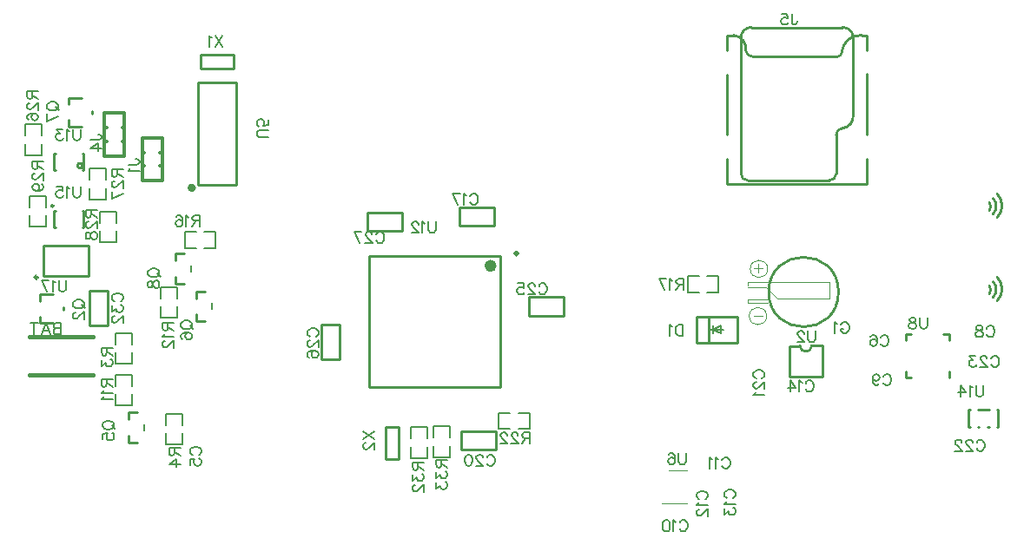
<source format=gbo>
G04 Layer: BottomSilkLayer*
G04 EasyEDA v6.1.34, Wed, 08 May 2019 08:14:30 GMT*
G04 27d5e13cb4324ff6b1947c28adf9976f,88f35c52922c4fbc8d6ac25f651a04fd,10*
G04 Gerber Generator version 0.2*
G04 Scale: 100 percent, Rotated: No, Reflected: No *
G04 Dimensions in millimeters *
G04 leading zeros omitted , absolute positions ,3 integer and 3 decimal *
%FSLAX33Y33*%
%MOMM*%
G90*
G71D02*

%ADD10C,0.254000*%
%ADD14C,0.599999*%
%ADD81C,0.200000*%
%ADD82C,0.119990*%
%ADD85C,0.228600*%
%ADD86C,0.127000*%
%ADD90C,0.299999*%
%ADD91C,0.152400*%
%ADD92C,0.381000*%
%ADD93C,0.304799*%
%ADD94C,0.101600*%
%ADD95C,0.100000*%
%ADD96C,0.399999*%

%LPD*%
G54D10*
G01X22862Y38559D02*
G01X19608Y38559D01*
G01X19608Y48511D01*
G01X23291Y48511D01*
G01X23291Y38559D01*
G01X22862Y38559D01*
G01X23062Y51195D02*
G01X19863Y51195D01*
G01X19863Y49896D02*
G01X19863Y51195D01*
G01X19863Y49896D02*
G01X23062Y49896D01*
G01X23062Y51195D02*
G01X23062Y49896D01*
G54D92*
G01X3124Y19994D02*
G01X9321Y19994D01*
G01X9321Y23693D02*
G01X3124Y23693D01*
G54D10*
G01X9271Y45732D02*
G01X9271Y45478D01*
G01X8255Y44208D02*
G01X6985Y44208D01*
G01X6985Y44843D01*
G01X8255Y47002D02*
G01X6985Y47002D01*
G01X6985Y46367D01*
G01X6477Y26555D02*
G01X6477Y26301D01*
G01X5461Y25031D02*
G01X4191Y25031D01*
G01X4191Y25666D01*
G01X5461Y27825D02*
G01X4191Y27825D01*
G01X4191Y27190D01*
G01X4531Y29615D02*
G01X8930Y29615D01*
G01X4531Y29615D02*
G01X4531Y32614D01*
G01X8930Y32614D02*
G01X4531Y32614D01*
G01X8930Y32614D02*
G01X8930Y29615D01*
G01X8305Y34366D02*
G01X8407Y34366D01*
G01X8407Y35991D01*
G01X8305Y35991D01*
G01X5664Y35991D02*
G01X5562Y35991D01*
G01X5562Y34366D01*
G01X5664Y34366D01*
G54D85*
G01X10805Y24804D02*
G01X10805Y28204D01*
G01X9006Y28204D01*
G01X9006Y24804D01*
G01X10805Y24804D01*
G54D81*
G01X9994Y34017D02*
G01X9994Y32917D01*
G01X11595Y32917D01*
G01X11595Y34017D01*
G01X9994Y34817D02*
G01X9994Y35917D01*
G01X10994Y35917D01*
G01X11595Y35917D01*
G01X11595Y34817D01*
G01X3136Y35541D02*
G01X3136Y34441D01*
G01X4737Y34441D01*
G01X4737Y35541D01*
G01X3136Y36341D02*
G01X3136Y37441D01*
G01X4136Y37441D01*
G01X4737Y37441D01*
G01X4737Y36341D01*
G54D10*
G01X5664Y41579D02*
G01X5562Y41579D01*
G01X5562Y39954D01*
G01X5664Y39954D01*
G01X8305Y39954D02*
G01X8407Y39954D01*
G01X8407Y41579D01*
G01X8305Y41579D01*
G54D81*
G01X2755Y42526D02*
G01X2755Y41426D01*
G01X4356Y41426D01*
G01X4356Y42526D01*
G01X2755Y43326D02*
G01X2755Y44426D01*
G01X3755Y44426D01*
G01X4356Y44426D01*
G01X4356Y43326D01*
G01X10579Y39007D02*
G01X10579Y40107D01*
G01X8978Y40107D01*
G01X8978Y39007D01*
G01X10579Y38207D02*
G01X10579Y37107D01*
G01X9579Y37107D01*
G01X8978Y37107D01*
G01X8978Y38207D01*
G54D93*
G01X14122Y43129D02*
G01X16103Y43129D01*
G01X16103Y43129D02*
G01X16103Y41681D01*
G01X16103Y41681D02*
G01X16103Y40360D01*
G01X16103Y40360D02*
G01X16103Y38912D01*
G01X16103Y38912D02*
G01X14122Y38912D01*
G01X14122Y38912D02*
G01X14122Y40360D01*
G01X14122Y40360D02*
G01X14122Y41681D01*
G01X14122Y41681D02*
G01X14122Y43129D01*
G01X16103Y41681D02*
G01X15875Y41681D01*
G01X14122Y41681D02*
G01X14351Y41681D01*
G01X14122Y40360D02*
G01X14351Y40360D01*
G01X16103Y40360D02*
G01X15875Y40360D01*
G01X10439Y45542D02*
G01X12420Y45542D01*
G01X12420Y45542D02*
G01X12420Y44094D01*
G01X12420Y44094D02*
G01X12420Y42773D01*
G01X12420Y42773D02*
G01X12420Y41325D01*
G01X12420Y41325D02*
G01X10439Y41325D01*
G01X10439Y41325D02*
G01X10439Y42773D01*
G01X10439Y42773D02*
G01X10439Y44094D01*
G01X10439Y44094D02*
G01X10439Y45542D01*
G01X12420Y44094D02*
G01X12192Y44094D01*
G01X10439Y44094D02*
G01X10668Y44094D01*
G01X10439Y42773D02*
G01X10668Y42773D01*
G01X12420Y42773D02*
G01X12192Y42773D01*
G54D10*
G01X80418Y19822D02*
G01X80418Y22821D01*
G01X77221Y19822D02*
G01X77221Y22808D01*
G01X80418Y19822D02*
G01X77221Y19822D01*
G01X80416Y22834D02*
G01X79400Y22834D01*
G01X77217Y22809D02*
G01X78267Y22809D01*
G54D94*
G01X75013Y27366D02*
G01X73212Y27366D01*
G01X75112Y26966D02*
G01X73212Y26966D01*
G01X73212Y27366D02*
G01X73212Y26966D01*
G01X73212Y29066D02*
G01X73212Y28666D01*
G01X73212Y29066D02*
G01X81112Y29066D01*
G01X81112Y27467D01*
G01X76012Y27467D01*
G01X74912Y28566D01*
G01X73212Y28566D01*
G54D86*
G01X70832Y24384D02*
G01X69562Y24384D01*
G01X70578Y24384D02*
G01X70578Y24003D01*
G01X70578Y24003D02*
G01X69816Y24384D01*
G01X69816Y24384D02*
G01X69816Y24003D01*
G01X70578Y24384D02*
G01X70578Y24765D01*
G01X70578Y24765D02*
G01X69816Y24384D01*
G01X69816Y24384D02*
G01X69816Y24765D01*
G54D10*
G01X68199Y25633D02*
G01X68199Y23134D01*
G01X68199Y23134D02*
G01X72196Y23134D01*
G01X72196Y23134D02*
G01X72196Y25633D01*
G01X72196Y25633D02*
G01X68199Y25633D01*
G01X69342Y25628D02*
G01X69342Y23139D01*
G54D81*
G01X68434Y29629D02*
G01X67334Y29629D01*
G01X67334Y28028D01*
G01X68434Y28028D01*
G01X69234Y29629D02*
G01X70334Y29629D01*
G01X70334Y28629D01*
G01X70334Y28028D01*
G01X69234Y28028D01*
G54D10*
G01X84785Y51663D02*
G01X84785Y53111D01*
G01X84251Y53111D01*
G01X81889Y51028D02*
G01X73609Y51028D01*
G01X71831Y53111D02*
G01X71170Y53111D01*
G01X71170Y51663D01*
G01X71170Y41046D02*
G01X71170Y38608D01*
G01X84785Y38608D01*
G01X84785Y41046D01*
G01X83439Y45313D02*
G01X83439Y52933D01*
G01X82423Y53873D02*
G01X73533Y53873D01*
G01X72517Y52933D02*
G01X72517Y39598D01*
G01X73152Y38963D02*
G01X81153Y38963D01*
G01X81788Y39598D02*
G01X81788Y43408D01*
G01X71170Y43459D02*
G01X71170Y49250D01*
G01X84785Y49352D02*
G01X84785Y43459D01*
G54D82*
G01X65477Y10687D02*
G01X67277Y10687D01*
G01X67277Y7468D02*
G01X64828Y7468D01*
G54D10*
G01X36266Y31540D02*
G01X49016Y31540D01*
G01X49016Y18790D01*
G01X36266Y18790D01*
G01X36266Y31540D01*
G54D85*
G01X48474Y36332D02*
G01X45074Y36332D01*
G01X45074Y34533D01*
G01X48474Y34533D01*
G01X48474Y36332D01*
G01X48601Y14488D02*
G01X45201Y14488D01*
G01X45201Y12689D01*
G01X48601Y12689D01*
G01X48601Y14488D01*
G01X55205Y27569D02*
G01X51805Y27569D01*
G01X51805Y25770D01*
G01X55205Y25770D01*
G01X55205Y27569D01*
G01X33411Y21502D02*
G01X33411Y24902D01*
G01X31612Y24902D01*
G01X31612Y21502D01*
G01X33411Y21502D01*
G01X36107Y34025D02*
G01X39507Y34025D01*
G01X39507Y35824D01*
G01X36107Y35824D01*
G01X36107Y34025D01*
G54D81*
G01X41948Y13772D02*
G01X41948Y14872D01*
G01X40347Y14872D01*
G01X40347Y13772D01*
G01X41948Y12973D02*
G01X41948Y11872D01*
G01X40948Y11872D01*
G01X40347Y11872D01*
G01X40347Y12973D01*
G01X50818Y14693D02*
G01X51918Y14693D01*
G01X51918Y16294D01*
G01X50818Y16294D01*
G01X50018Y14693D02*
G01X48918Y14693D01*
G01X48918Y15693D01*
G01X48918Y16294D01*
G01X50018Y16294D01*
G01X44107Y13861D02*
G01X44107Y14961D01*
G01X42506Y14961D01*
G01X42506Y13861D01*
G01X44107Y13061D02*
G01X44107Y11961D01*
G01X43107Y11961D01*
G01X42506Y11961D01*
G01X42506Y13061D01*
G54D10*
G01X37831Y14934D02*
G01X37831Y11735D01*
G01X39130Y11735D02*
G01X37831Y11735D01*
G01X39130Y11735D02*
G01X39130Y14934D01*
G01X37831Y14934D02*
G01X39130Y14934D01*
G01X92227Y23952D02*
G01X92786Y23952D01*
G01X92786Y23952D02*
G01X92786Y23393D01*
G01X89128Y23952D02*
G01X88569Y23952D01*
G01X88569Y23952D02*
G01X88569Y23393D01*
G01X89128Y19735D02*
G01X88569Y19735D01*
G01X88569Y19735D02*
G01X88569Y20294D01*
G01X92786Y19735D02*
G01X92786Y20294D01*
G01X94818Y16560D02*
G01X94716Y16560D01*
G01X94716Y14935D01*
G01X94818Y14935D01*
G01X97459Y14935D02*
G01X97561Y14935D01*
G01X97561Y16560D01*
G01X97459Y16560D01*
G01X96672Y16560D02*
G01X95605Y16560D01*
G01X96570Y14935D02*
G01X96672Y14935D01*
G01X95605Y14935D02*
G01X95707Y14935D01*
G54D81*
G01X11518Y18104D02*
G01X11518Y17004D01*
G01X13119Y17004D01*
G01X13119Y18104D01*
G01X11518Y18903D02*
G01X11518Y20004D01*
G01X12518Y20004D01*
G01X13119Y20004D01*
G01X13119Y18903D01*
G01X11518Y22168D02*
G01X11518Y21068D01*
G01X13119Y21068D01*
G01X13119Y22168D01*
G01X11518Y22967D02*
G01X11518Y24068D01*
G01X12518Y24068D01*
G01X13119Y24068D01*
G01X13119Y22967D01*
G54D10*
G01X12812Y14058D02*
G01X12812Y13399D01*
G01X12812Y14058D01*
G01X12812Y13399D01*
G01X13627Y13399D01*
G01X13627Y16318D02*
G01X12812Y16318D01*
G01X12812Y15659D01*
G54D81*
G01X14361Y15158D02*
G01X14361Y14559D01*
G01X16471Y14294D02*
G01X16471Y13194D01*
G01X18072Y13194D01*
G01X18072Y14294D01*
G01X16471Y15093D02*
G01X16471Y16194D01*
G01X17471Y16194D01*
G01X18072Y16194D01*
G01X18072Y15093D01*
G01X19412Y33947D02*
G01X18312Y33947D01*
G01X18312Y32346D01*
G01X19412Y32346D01*
G01X20212Y33947D02*
G01X21312Y33947D01*
G01X21312Y32947D01*
G01X21312Y32346D01*
G01X20212Y32346D01*
G54D10*
G01X19416Y25869D02*
G01X19416Y25210D01*
G01X19416Y25869D01*
G01X19416Y25210D01*
G01X20231Y25210D01*
G01X20231Y28129D02*
G01X19416Y28129D01*
G01X19416Y27470D01*
G54D81*
G01X20965Y26969D02*
G01X20965Y26370D01*
G54D10*
G01X17384Y29552D02*
G01X17384Y28893D01*
G01X17384Y29552D01*
G01X17384Y28893D01*
G01X18199Y28893D01*
G01X18199Y31812D02*
G01X17384Y31812D01*
G01X17384Y31153D01*
G54D81*
G01X18933Y30652D02*
G01X18933Y30053D01*
G01X17564Y27450D02*
G01X17564Y28550D01*
G01X15963Y28550D01*
G01X15963Y27450D01*
G01X17564Y26650D02*
G01X17564Y25550D01*
G01X16564Y25550D01*
G01X15963Y25550D01*
G01X15963Y26650D01*
G54D91*
G01X26403Y43154D02*
G01X25626Y43154D01*
G01X25468Y43205D01*
G01X25364Y43309D01*
G01X25313Y43467D01*
G01X25313Y43571D01*
G01X25364Y43726D01*
G01X25468Y43830D01*
G01X25626Y43881D01*
G01X26403Y43881D01*
G01X26403Y44848D02*
G01X26403Y44328D01*
G01X25935Y44277D01*
G01X25989Y44328D01*
G01X26040Y44485D01*
G01X26040Y44640D01*
G01X25989Y44795D01*
G01X25885Y44899D01*
G01X25730Y44952D01*
G01X25626Y44952D01*
G01X25468Y44899D01*
G01X25364Y44795D01*
G01X25313Y44640D01*
G01X25313Y44485D01*
G01X25364Y44328D01*
G01X25417Y44277D01*
G01X25521Y44223D01*
G01X21971Y53086D02*
G01X21244Y51994D01*
G01X21244Y53086D02*
G01X21971Y51994D01*
G01X20901Y52878D02*
G01X20797Y52928D01*
G01X20640Y53086D01*
G01X20640Y51994D01*
G01X6223Y25036D02*
G01X6223Y23947D01*
G01X6223Y25036D02*
G01X5755Y25036D01*
G01X5600Y24985D01*
G01X5547Y24935D01*
G01X5496Y24831D01*
G01X5496Y24726D01*
G01X5547Y24622D01*
G01X5600Y24569D01*
G01X5755Y24518D01*
G01X6223Y24518D02*
G01X5755Y24518D01*
G01X5600Y24465D01*
G01X5547Y24414D01*
G01X5496Y24310D01*
G01X5496Y24155D01*
G01X5547Y24051D01*
G01X5600Y23997D01*
G01X5755Y23947D01*
G01X6223Y23947D01*
G01X4737Y25036D02*
G01X5153Y23947D01*
G01X4737Y25036D02*
G01X4320Y23947D01*
G01X4996Y24310D02*
G01X4478Y24310D01*
G01X3614Y25036D02*
G01X3614Y23947D01*
G01X3977Y25036D02*
G01X3251Y25036D01*
G01X4826Y46296D02*
G01X4876Y46400D01*
G01X4980Y46504D01*
G01X5085Y46558D01*
G01X5240Y46609D01*
G01X5499Y46609D01*
G01X5656Y46558D01*
G01X5760Y46504D01*
G01X5864Y46400D01*
G01X5915Y46296D01*
G01X5915Y46088D01*
G01X5864Y45986D01*
G01X5760Y45882D01*
G01X5656Y45829D01*
G01X5499Y45778D01*
G01X5240Y45778D01*
G01X5085Y45829D01*
G01X4980Y45882D01*
G01X4876Y45986D01*
G01X4826Y46088D01*
G01X4826Y46296D01*
G01X5707Y46141D02*
G01X6019Y45829D01*
G01X4826Y44706D02*
G01X5915Y45227D01*
G01X4826Y45435D02*
G01X4826Y44706D01*
G01X7366Y26992D02*
G01X7416Y27096D01*
G01X7520Y27200D01*
G01X7625Y27254D01*
G01X7780Y27305D01*
G01X8039Y27305D01*
G01X8196Y27254D01*
G01X8300Y27200D01*
G01X8404Y27096D01*
G01X8455Y26992D01*
G01X8455Y26784D01*
G01X8404Y26682D01*
G01X8300Y26578D01*
G01X8196Y26525D01*
G01X8039Y26474D01*
G01X7780Y26474D01*
G01X7625Y26525D01*
G01X7520Y26578D01*
G01X7416Y26682D01*
G01X7366Y26784D01*
G01X7366Y26992D01*
G01X8247Y26837D02*
G01X8559Y26525D01*
G01X7625Y26078D02*
G01X7571Y26078D01*
G01X7467Y26027D01*
G01X7416Y25974D01*
G01X7366Y25869D01*
G01X7366Y25664D01*
G01X7416Y25560D01*
G01X7467Y25506D01*
G01X7571Y25455D01*
G01X7675Y25455D01*
G01X7780Y25506D01*
G01X7937Y25610D01*
G01X8455Y26131D01*
G01X8455Y25402D01*
G01X6731Y29228D02*
G01X6731Y28449D01*
G01X6680Y28294D01*
G01X6576Y28189D01*
G01X6418Y28139D01*
G01X6314Y28139D01*
G01X6159Y28189D01*
G01X6055Y28294D01*
G01X6004Y28449D01*
G01X6004Y29228D01*
G01X5661Y29020D02*
G01X5557Y29073D01*
G01X5400Y29228D01*
G01X5400Y28139D01*
G01X4330Y29228D02*
G01X4851Y28139D01*
G01X5057Y29228D02*
G01X4330Y29228D01*
G01X8115Y38353D02*
G01X8115Y37574D01*
G01X8064Y37419D01*
G01X7960Y37315D01*
G01X7802Y37261D01*
G01X7698Y37261D01*
G01X7543Y37315D01*
G01X7439Y37419D01*
G01X7388Y37574D01*
G01X7388Y38353D01*
G01X7045Y38145D02*
G01X6941Y38199D01*
G01X6784Y38353D01*
G01X6784Y37261D01*
G01X5819Y38353D02*
G01X6337Y38353D01*
G01X6390Y37886D01*
G01X6337Y37937D01*
G01X6182Y37990D01*
G01X6027Y37990D01*
G01X5869Y37937D01*
G01X5765Y37833D01*
G01X5715Y37678D01*
G01X5715Y37574D01*
G01X5765Y37419D01*
G01X5869Y37315D01*
G01X6027Y37261D01*
G01X6182Y37261D01*
G01X6337Y37315D01*
G01X6390Y37365D01*
G01X6441Y37470D01*
G01X11437Y27160D02*
G01X11333Y27213D01*
G01X11229Y27317D01*
G01X11176Y27419D01*
G01X11176Y27627D01*
G01X11229Y27731D01*
G01X11333Y27835D01*
G01X11437Y27889D01*
G01X11592Y27940D01*
G01X11851Y27940D01*
G01X12009Y27889D01*
G01X12110Y27835D01*
G01X12214Y27731D01*
G01X12268Y27627D01*
G01X12268Y27419D01*
G01X12214Y27317D01*
G01X12110Y27213D01*
G01X12009Y27160D01*
G01X11176Y26713D02*
G01X11176Y26141D01*
G01X11592Y26454D01*
G01X11592Y26299D01*
G01X11643Y26195D01*
G01X11696Y26141D01*
G01X11851Y26090D01*
G01X11955Y26090D01*
G01X12110Y26141D01*
G01X12214Y26245D01*
G01X12268Y26403D01*
G01X12268Y26558D01*
G01X12214Y26713D01*
G01X12164Y26766D01*
G01X12059Y26817D01*
G01X11437Y25694D02*
G01X11384Y25694D01*
G01X11280Y25643D01*
G01X11229Y25590D01*
G01X11176Y25488D01*
G01X11176Y25280D01*
G01X11229Y25176D01*
G01X11280Y25123D01*
G01X11384Y25072D01*
G01X11488Y25072D01*
G01X11592Y25123D01*
G01X11747Y25227D01*
G01X12268Y25747D01*
G01X12268Y25019D01*
G01X8636Y36068D02*
G01X9728Y36068D01*
G01X8636Y36068D02*
G01X8636Y35600D01*
G01X8689Y35445D01*
G01X8740Y35392D01*
G01X8844Y35341D01*
G01X8948Y35341D01*
G01X9052Y35392D01*
G01X9103Y35445D01*
G01X9156Y35600D01*
G01X9156Y36068D01*
G01X9156Y35704D02*
G01X9728Y35341D01*
G01X8895Y34945D02*
G01X8844Y34945D01*
G01X8740Y34894D01*
G01X8689Y34841D01*
G01X8636Y34737D01*
G01X8636Y34531D01*
G01X8689Y34427D01*
G01X8740Y34373D01*
G01X8844Y34323D01*
G01X8948Y34323D01*
G01X9052Y34373D01*
G01X9207Y34477D01*
G01X9728Y34998D01*
G01X9728Y34269D01*
G01X8636Y33667D02*
G01X8689Y33822D01*
G01X8790Y33875D01*
G01X8895Y33875D01*
G01X8999Y33822D01*
G01X9052Y33718D01*
G01X9103Y33512D01*
G01X9156Y33355D01*
G01X9260Y33251D01*
G01X9362Y33200D01*
G01X9519Y33200D01*
G01X9624Y33251D01*
G01X9674Y33304D01*
G01X9728Y33459D01*
G01X9728Y33667D01*
G01X9674Y33822D01*
G01X9624Y33875D01*
G01X9519Y33926D01*
G01X9362Y33926D01*
G01X9260Y33875D01*
G01X9156Y33771D01*
G01X9103Y33616D01*
G01X9052Y33408D01*
G01X8999Y33304D01*
G01X8895Y33251D01*
G01X8790Y33251D01*
G01X8689Y33304D01*
G01X8636Y33459D01*
G01X8636Y33667D01*
G01X3429Y40767D02*
G01X4521Y40767D01*
G01X3429Y40767D02*
G01X3429Y40299D01*
G01X3482Y40144D01*
G01X3533Y40091D01*
G01X3637Y40040D01*
G01X3741Y40040D01*
G01X3845Y40091D01*
G01X3896Y40144D01*
G01X3949Y40299D01*
G01X3949Y40767D01*
G01X3949Y40403D02*
G01X4521Y40040D01*
G01X3688Y39644D02*
G01X3637Y39644D01*
G01X3533Y39593D01*
G01X3482Y39540D01*
G01X3429Y39436D01*
G01X3429Y39230D01*
G01X3482Y39126D01*
G01X3533Y39072D01*
G01X3637Y39022D01*
G01X3741Y39022D01*
G01X3845Y39072D01*
G01X4000Y39176D01*
G01X4521Y39697D01*
G01X4521Y38968D01*
G01X3792Y37950D02*
G01X3949Y38003D01*
G01X4053Y38107D01*
G01X4104Y38262D01*
G01X4104Y38315D01*
G01X4053Y38470D01*
G01X3949Y38574D01*
G01X3792Y38625D01*
G01X3741Y38625D01*
G01X3583Y38574D01*
G01X3482Y38470D01*
G01X3429Y38315D01*
G01X3429Y38262D01*
G01X3482Y38107D01*
G01X3583Y38003D01*
G01X3792Y37950D01*
G01X4053Y37950D01*
G01X4312Y38003D01*
G01X4467Y38107D01*
G01X4521Y38262D01*
G01X4521Y38366D01*
G01X4467Y38521D01*
G01X4363Y38574D01*
G01X8115Y43942D02*
G01X8115Y43162D01*
G01X8064Y43007D01*
G01X7960Y42903D01*
G01X7802Y42849D01*
G01X7698Y42849D01*
G01X7543Y42903D01*
G01X7439Y43007D01*
G01X7388Y43162D01*
G01X7388Y43942D01*
G01X7045Y43733D02*
G01X6941Y43787D01*
G01X6784Y43942D01*
G01X6784Y42849D01*
G01X6337Y43942D02*
G01X5765Y43942D01*
G01X6078Y43525D01*
G01X5923Y43525D01*
G01X5819Y43474D01*
G01X5765Y43421D01*
G01X5715Y43266D01*
G01X5715Y43162D01*
G01X5765Y43007D01*
G01X5869Y42903D01*
G01X6027Y42849D01*
G01X6182Y42849D01*
G01X6337Y42903D01*
G01X6390Y42953D01*
G01X6441Y43058D01*
G01X2921Y47625D02*
G01X4013Y47625D01*
G01X2921Y47625D02*
G01X2921Y47157D01*
G01X2974Y47002D01*
G01X3025Y46949D01*
G01X3129Y46898D01*
G01X3233Y46898D01*
G01X3337Y46949D01*
G01X3388Y47002D01*
G01X3441Y47157D01*
G01X3441Y47625D01*
G01X3441Y47261D02*
G01X4013Y46898D01*
G01X3180Y46502D02*
G01X3129Y46502D01*
G01X3025Y46451D01*
G01X2974Y46398D01*
G01X2921Y46294D01*
G01X2921Y46088D01*
G01X2974Y45984D01*
G01X3025Y45930D01*
G01X3129Y45880D01*
G01X3233Y45880D01*
G01X3337Y45930D01*
G01X3492Y46034D01*
G01X4013Y46555D01*
G01X4013Y45826D01*
G01X3075Y44861D02*
G01X2974Y44912D01*
G01X2921Y45069D01*
G01X2921Y45173D01*
G01X2974Y45328D01*
G01X3129Y45432D01*
G01X3388Y45483D01*
G01X3647Y45483D01*
G01X3855Y45432D01*
G01X3959Y45328D01*
G01X4013Y45173D01*
G01X4013Y45120D01*
G01X3959Y44965D01*
G01X3855Y44861D01*
G01X3700Y44808D01*
G01X3647Y44808D01*
G01X3492Y44861D01*
G01X3388Y44965D01*
G01X3337Y45120D01*
G01X3337Y45173D01*
G01X3388Y45328D01*
G01X3492Y45432D01*
G01X3647Y45483D01*
G01X11176Y40005D02*
G01X12268Y40005D01*
G01X11176Y40005D02*
G01X11176Y39537D01*
G01X11229Y39382D01*
G01X11280Y39329D01*
G01X11384Y39278D01*
G01X11488Y39278D01*
G01X11592Y39329D01*
G01X11643Y39382D01*
G01X11696Y39537D01*
G01X11696Y40005D01*
G01X11696Y39641D02*
G01X12268Y39278D01*
G01X11435Y38882D02*
G01X11384Y38882D01*
G01X11280Y38831D01*
G01X11229Y38778D01*
G01X11176Y38674D01*
G01X11176Y38468D01*
G01X11229Y38364D01*
G01X11280Y38310D01*
G01X11384Y38260D01*
G01X11488Y38260D01*
G01X11592Y38310D01*
G01X11747Y38414D01*
G01X12268Y38935D01*
G01X12268Y38206D01*
G01X11176Y37137D02*
G01X12268Y37655D01*
G01X11176Y37863D02*
G01X11176Y37137D01*
G01X12778Y40500D02*
G01X13609Y40500D01*
G01X13764Y40553D01*
G01X13817Y40604D01*
G01X13868Y40708D01*
G01X13868Y40812D01*
G01X13817Y40916D01*
G01X13764Y40970D01*
G01X13609Y41021D01*
G01X13505Y41021D01*
G01X12984Y40157D02*
G01X12933Y40055D01*
G01X12778Y39898D01*
G01X13868Y39898D01*
G01X9095Y42913D02*
G01X9926Y42913D01*
G01X10081Y42966D01*
G01X10134Y43017D01*
G01X10185Y43121D01*
G01X10185Y43225D01*
G01X10134Y43329D01*
G01X10081Y43383D01*
G01X9926Y43434D01*
G01X9822Y43434D01*
G01X9095Y42052D02*
G01X9822Y42570D01*
G01X9822Y41793D01*
G01X9095Y42052D02*
G01X10185Y42052D01*
G01X79776Y24257D02*
G01X79776Y23479D01*
G01X79725Y23322D01*
G01X79621Y23218D01*
G01X79463Y23167D01*
G01X79359Y23167D01*
G01X79204Y23218D01*
G01X79100Y23322D01*
G01X79049Y23479D01*
G01X79049Y24257D01*
G01X78653Y23997D02*
G01X78653Y24051D01*
G01X78602Y24155D01*
G01X78549Y24206D01*
G01X78445Y24257D01*
G01X78239Y24257D01*
G01X78135Y24206D01*
G01X78082Y24155D01*
G01X78031Y24051D01*
G01X78031Y23947D01*
G01X78082Y23843D01*
G01X78186Y23685D01*
G01X78707Y23167D01*
G01X77978Y23167D01*
G01X78813Y19171D02*
G01X78866Y19276D01*
G01X78971Y19380D01*
G01X79072Y19431D01*
G01X79280Y19431D01*
G01X79385Y19380D01*
G01X79489Y19276D01*
G01X79542Y19171D01*
G01X79593Y19016D01*
G01X79593Y18757D01*
G01X79542Y18600D01*
G01X79489Y18496D01*
G01X79385Y18392D01*
G01X79280Y18341D01*
G01X79072Y18341D01*
G01X78971Y18392D01*
G01X78866Y18496D01*
G01X78813Y18600D01*
G01X78470Y19225D02*
G01X78366Y19276D01*
G01X78211Y19431D01*
G01X78211Y18341D01*
G01X77348Y19431D02*
G01X77868Y18704D01*
G01X77088Y18704D01*
G01X77348Y19431D02*
G01X77348Y18341D01*
G01X82262Y24886D02*
G01X82316Y24991D01*
G01X82420Y25095D01*
G01X82522Y25146D01*
G01X82730Y25146D01*
G01X82834Y25095D01*
G01X82938Y24991D01*
G01X82991Y24886D01*
G01X83042Y24732D01*
G01X83042Y24472D01*
G01X82991Y24315D01*
G01X82938Y24211D01*
G01X82834Y24107D01*
G01X82730Y24056D01*
G01X82522Y24056D01*
G01X82420Y24107D01*
G01X82316Y24211D01*
G01X82262Y24315D01*
G01X82262Y24472D01*
G01X82522Y24472D02*
G01X82262Y24472D01*
G01X81920Y24940D02*
G01X81815Y24991D01*
G01X81660Y25146D01*
G01X81660Y24056D01*
G54D95*
G01X74203Y30776D02*
G01X74203Y29958D01*
G01X74612Y30367D02*
G01X73794Y30367D01*
G01X74613Y25766D02*
G01X73795Y25766D01*
G54D91*
G01X66863Y24892D02*
G01X66863Y23802D01*
G01X66863Y24892D02*
G01X66499Y24892D01*
G01X66342Y24841D01*
G01X66240Y24737D01*
G01X66187Y24632D01*
G01X66136Y24477D01*
G01X66136Y24218D01*
G01X66187Y24061D01*
G01X66240Y23957D01*
G01X66342Y23853D01*
G01X66499Y23802D01*
G01X66863Y23802D01*
G01X65793Y24686D02*
G01X65689Y24737D01*
G01X65532Y24892D01*
G01X65532Y23802D01*
G01X73980Y19667D02*
G01X73875Y19720D01*
G01X73771Y19824D01*
G01X73720Y19926D01*
G01X73720Y20134D01*
G01X73771Y20238D01*
G01X73875Y20342D01*
G01X73980Y20396D01*
G01X74134Y20447D01*
G01X74394Y20447D01*
G01X74551Y20396D01*
G01X74655Y20342D01*
G01X74759Y20238D01*
G01X74810Y20134D01*
G01X74810Y19926D01*
G01X74759Y19824D01*
G01X74655Y19720D01*
G01X74551Y19667D01*
G01X73980Y19273D02*
G01X73926Y19273D01*
G01X73822Y19220D01*
G01X73771Y19169D01*
G01X73720Y19065D01*
G01X73720Y18856D01*
G01X73771Y18752D01*
G01X73822Y18702D01*
G01X73926Y18648D01*
G01X74030Y18648D01*
G01X74134Y18702D01*
G01X74292Y18806D01*
G01X74810Y19324D01*
G01X74810Y18597D01*
G01X73926Y18254D02*
G01X73875Y18150D01*
G01X73720Y17995D01*
G01X74810Y17995D01*
G01X66916Y29336D02*
G01X66916Y28244D01*
G01X66916Y29336D02*
G01X66448Y29336D01*
G01X66293Y29283D01*
G01X66240Y29232D01*
G01X66189Y29128D01*
G01X66189Y29024D01*
G01X66240Y28920D01*
G01X66293Y28869D01*
G01X66448Y28816D01*
G01X66916Y28816D01*
G01X66553Y28816D02*
G01X66189Y28244D01*
G01X65846Y29128D02*
G01X65742Y29182D01*
G01X65585Y29336D01*
G01X65585Y28244D01*
G01X64515Y29336D02*
G01X65036Y28244D01*
G01X65242Y29336D02*
G01X64515Y29336D01*
G01X77457Y55231D02*
G01X77457Y54400D01*
G01X77510Y54245D01*
G01X77561Y54192D01*
G01X77665Y54141D01*
G01X77769Y54141D01*
G01X77873Y54192D01*
G01X77927Y54245D01*
G01X77978Y54400D01*
G01X77978Y54504D01*
G01X76492Y55231D02*
G01X77012Y55231D01*
G01X77063Y54763D01*
G01X77012Y54817D01*
G01X76855Y54867D01*
G01X76700Y54867D01*
G01X76542Y54817D01*
G01X76441Y54712D01*
G01X76387Y54557D01*
G01X76387Y54453D01*
G01X76441Y54296D01*
G01X76542Y54192D01*
G01X76700Y54141D01*
G01X76855Y54141D01*
G01X77012Y54192D01*
G01X77063Y54245D01*
G01X77114Y54349D01*
G01X66530Y5557D02*
G01X66583Y5661D01*
G01X66687Y5765D01*
G01X66789Y5816D01*
G01X66997Y5816D01*
G01X67101Y5765D01*
G01X67205Y5661D01*
G01X67259Y5557D01*
G01X67310Y5402D01*
G01X67310Y5143D01*
G01X67259Y4986D01*
G01X67205Y4881D01*
G01X67101Y4777D01*
G01X66997Y4726D01*
G01X66789Y4726D01*
G01X66687Y4777D01*
G01X66583Y4881D01*
G01X66530Y4986D01*
G01X66187Y5610D02*
G01X66083Y5661D01*
G01X65928Y5816D01*
G01X65928Y4726D01*
G01X65272Y5816D02*
G01X65430Y5765D01*
G01X65532Y5610D01*
G01X65585Y5349D01*
G01X65585Y5194D01*
G01X65532Y4935D01*
G01X65430Y4777D01*
G01X65272Y4726D01*
G01X65168Y4726D01*
G01X65013Y4777D01*
G01X64909Y4935D01*
G01X64858Y5194D01*
G01X64858Y5349D01*
G01X64909Y5610D01*
G01X65013Y5765D01*
G01X65168Y5816D01*
G01X65272Y5816D01*
G01X67150Y12319D02*
G01X67150Y11539D01*
G01X67099Y11384D01*
G01X66995Y11280D01*
G01X66837Y11229D01*
G01X66733Y11229D01*
G01X66578Y11280D01*
G01X66474Y11384D01*
G01X66423Y11539D01*
G01X66423Y12319D01*
G01X65455Y12164D02*
G01X65509Y12268D01*
G01X65664Y12319D01*
G01X65768Y12319D01*
G01X65923Y12268D01*
G01X66027Y12110D01*
G01X66080Y11851D01*
G01X66080Y11592D01*
G01X66027Y11384D01*
G01X65923Y11280D01*
G01X65768Y11229D01*
G01X65714Y11229D01*
G01X65559Y11280D01*
G01X65455Y11384D01*
G01X65405Y11539D01*
G01X65405Y11592D01*
G01X65455Y11747D01*
G01X65559Y11851D01*
G01X65714Y11905D01*
G01X65768Y11905D01*
G01X65923Y11851D01*
G01X66027Y11747D01*
G01X66080Y11592D01*
G01X70672Y11678D02*
G01X70726Y11783D01*
G01X70830Y11887D01*
G01X70932Y11938D01*
G01X71140Y11938D01*
G01X71244Y11887D01*
G01X71348Y11783D01*
G01X71401Y11678D01*
G01X71452Y11524D01*
G01X71452Y11264D01*
G01X71401Y11107D01*
G01X71348Y11003D01*
G01X71244Y10899D01*
G01X71140Y10848D01*
G01X70932Y10848D01*
G01X70830Y10899D01*
G01X70726Y11003D01*
G01X70672Y11107D01*
G01X70330Y11732D02*
G01X70225Y11783D01*
G01X70071Y11938D01*
G01X70071Y10848D01*
G01X69728Y11732D02*
G01X69623Y11783D01*
G01X69469Y11938D01*
G01X69469Y10848D01*
G01X68458Y7856D02*
G01X68353Y7909D01*
G01X68249Y8013D01*
G01X68198Y8115D01*
G01X68198Y8323D01*
G01X68249Y8427D01*
G01X68353Y8531D01*
G01X68458Y8585D01*
G01X68612Y8636D01*
G01X68872Y8636D01*
G01X69029Y8585D01*
G01X69133Y8531D01*
G01X69237Y8427D01*
G01X69288Y8323D01*
G01X69288Y8115D01*
G01X69237Y8013D01*
G01X69133Y7909D01*
G01X69029Y7856D01*
G01X68404Y7513D02*
G01X68353Y7409D01*
G01X68198Y7254D01*
G01X69288Y7254D01*
G01X68458Y6858D02*
G01X68404Y6858D01*
G01X68300Y6807D01*
G01X68249Y6756D01*
G01X68198Y6652D01*
G01X68198Y6443D01*
G01X68249Y6339D01*
G01X68300Y6286D01*
G01X68404Y6235D01*
G01X68508Y6235D01*
G01X68612Y6286D01*
G01X68770Y6390D01*
G01X69288Y6911D01*
G01X69288Y6184D01*
G01X71125Y7983D02*
G01X71020Y8036D01*
G01X70916Y8140D01*
G01X70865Y8242D01*
G01X70865Y8450D01*
G01X70916Y8554D01*
G01X71020Y8658D01*
G01X71125Y8712D01*
G01X71279Y8763D01*
G01X71539Y8763D01*
G01X71696Y8712D01*
G01X71800Y8658D01*
G01X71904Y8554D01*
G01X71955Y8450D01*
G01X71955Y8242D01*
G01X71904Y8140D01*
G01X71800Y8036D01*
G01X71696Y7983D01*
G01X71071Y7640D02*
G01X71020Y7536D01*
G01X70865Y7381D01*
G01X71955Y7381D01*
G01X70865Y6934D02*
G01X70865Y6362D01*
G01X71279Y6675D01*
G01X71279Y6517D01*
G01X71333Y6413D01*
G01X71384Y6362D01*
G01X71539Y6311D01*
G01X71643Y6311D01*
G01X71800Y6362D01*
G01X71904Y6466D01*
G01X71955Y6621D01*
G01X71955Y6779D01*
G01X71904Y6934D01*
G01X71851Y6985D01*
G01X71747Y7038D01*
G01X42785Y34925D02*
G01X42785Y34148D01*
G01X42735Y33990D01*
G01X42630Y33886D01*
G01X42473Y33835D01*
G01X42369Y33835D01*
G01X42214Y33886D01*
G01X42110Y33990D01*
G01X42059Y34148D01*
G01X42059Y34925D01*
G01X41716Y34719D02*
G01X41612Y34770D01*
G01X41454Y34925D01*
G01X41454Y33835D01*
G01X41061Y34666D02*
G01X41061Y34719D01*
G01X41007Y34823D01*
G01X40957Y34874D01*
G01X40852Y34925D01*
G01X40644Y34925D01*
G01X40540Y34874D01*
G01X40489Y34823D01*
G01X40436Y34719D01*
G01X40436Y34615D01*
G01X40489Y34511D01*
G01X40593Y34353D01*
G01X41112Y33835D01*
G01X40385Y33835D01*
G01X46083Y37416D02*
G01X46136Y37520D01*
G01X46240Y37625D01*
G01X46342Y37678D01*
G01X46550Y37678D01*
G01X46654Y37625D01*
G01X46758Y37520D01*
G01X46812Y37416D01*
G01X46863Y37261D01*
G01X46863Y37002D01*
G01X46812Y36845D01*
G01X46758Y36743D01*
G01X46654Y36639D01*
G01X46550Y36586D01*
G01X46342Y36586D01*
G01X46240Y36639D01*
G01X46136Y36743D01*
G01X46083Y36845D01*
G01X45740Y37470D02*
G01X45636Y37520D01*
G01X45481Y37678D01*
G01X45481Y36586D01*
G01X44411Y37678D02*
G01X44930Y36586D01*
G01X45138Y37678D02*
G01X44411Y37678D01*
G01X47734Y11930D02*
G01X47787Y12034D01*
G01X47891Y12138D01*
G01X47993Y12191D01*
G01X48201Y12191D01*
G01X48305Y12138D01*
G01X48409Y12034D01*
G01X48463Y11930D01*
G01X48514Y11775D01*
G01X48514Y11516D01*
G01X48463Y11358D01*
G01X48409Y11257D01*
G01X48305Y11153D01*
G01X48201Y11099D01*
G01X47993Y11099D01*
G01X47891Y11153D01*
G01X47787Y11257D01*
G01X47734Y11358D01*
G01X47340Y11930D02*
G01X47340Y11983D01*
G01X47287Y12087D01*
G01X47236Y12138D01*
G01X47132Y12191D01*
G01X46923Y12191D01*
G01X46819Y12138D01*
G01X46769Y12087D01*
G01X46715Y11983D01*
G01X46715Y11879D01*
G01X46769Y11775D01*
G01X46873Y11620D01*
G01X47391Y11099D01*
G01X46664Y11099D01*
G01X46009Y12191D02*
G01X46164Y12138D01*
G01X46268Y11983D01*
G01X46321Y11724D01*
G01X46321Y11567D01*
G01X46268Y11308D01*
G01X46164Y11153D01*
G01X46009Y11099D01*
G01X45905Y11099D01*
G01X45750Y11153D01*
G01X45646Y11308D01*
G01X45593Y11567D01*
G01X45593Y11724D01*
G01X45646Y11983D01*
G01X45750Y12138D01*
G01X45905Y12191D01*
G01X46009Y12191D01*
G01X52814Y28653D02*
G01X52867Y28757D01*
G01X52971Y28862D01*
G01X53073Y28915D01*
G01X53281Y28915D01*
G01X53385Y28862D01*
G01X53489Y28757D01*
G01X53543Y28653D01*
G01X53594Y28498D01*
G01X53594Y28239D01*
G01X53543Y28082D01*
G01X53489Y27980D01*
G01X53385Y27876D01*
G01X53281Y27823D01*
G01X53073Y27823D01*
G01X52971Y27876D01*
G01X52867Y27980D01*
G01X52814Y28082D01*
G01X52420Y28653D02*
G01X52420Y28707D01*
G01X52367Y28811D01*
G01X52316Y28862D01*
G01X52212Y28915D01*
G01X52003Y28915D01*
G01X51899Y28862D01*
G01X51849Y28811D01*
G01X51795Y28707D01*
G01X51795Y28602D01*
G01X51849Y28498D01*
G01X51953Y28343D01*
G01X52471Y27823D01*
G01X51744Y27823D01*
G01X50777Y28915D02*
G01X51297Y28915D01*
G01X51348Y28448D01*
G01X51297Y28498D01*
G01X51142Y28552D01*
G01X50985Y28552D01*
G01X50830Y28498D01*
G01X50726Y28394D01*
G01X50673Y28239D01*
G01X50673Y28135D01*
G01X50726Y27980D01*
G01X50830Y27876D01*
G01X50985Y27823D01*
G01X51142Y27823D01*
G01X51297Y27876D01*
G01X51348Y27927D01*
G01X51401Y28031D01*
G01X30487Y23731D02*
G01X30383Y23784D01*
G01X30279Y23888D01*
G01X30226Y23990D01*
G01X30226Y24198D01*
G01X30279Y24302D01*
G01X30383Y24406D01*
G01X30487Y24460D01*
G01X30642Y24511D01*
G01X30901Y24511D01*
G01X31059Y24460D01*
G01X31160Y24406D01*
G01X31264Y24302D01*
G01X31318Y24198D01*
G01X31318Y23990D01*
G01X31264Y23888D01*
G01X31160Y23784D01*
G01X31059Y23731D01*
G01X30487Y23337D02*
G01X30434Y23337D01*
G01X30330Y23284D01*
G01X30279Y23233D01*
G01X30226Y23129D01*
G01X30226Y22920D01*
G01X30279Y22816D01*
G01X30330Y22766D01*
G01X30434Y22712D01*
G01X30538Y22712D01*
G01X30642Y22766D01*
G01X30797Y22870D01*
G01X31318Y23388D01*
G01X31318Y22661D01*
G01X30383Y21694D02*
G01X30279Y21747D01*
G01X30226Y21902D01*
G01X30226Y22006D01*
G01X30279Y22161D01*
G01X30434Y22265D01*
G01X30693Y22318D01*
G01X30955Y22318D01*
G01X31160Y22265D01*
G01X31264Y22161D01*
G01X31318Y22006D01*
G01X31318Y21955D01*
G01X31264Y21798D01*
G01X31160Y21694D01*
G01X31005Y21643D01*
G01X30955Y21643D01*
G01X30797Y21694D01*
G01X30693Y21798D01*
G01X30642Y21955D01*
G01X30642Y22006D01*
G01X30693Y22161D01*
G01X30797Y22265D01*
G01X30955Y22318D01*
G01X36939Y33666D02*
G01X36992Y33770D01*
G01X37096Y33874D01*
G01X37198Y33927D01*
G01X37406Y33927D01*
G01X37510Y33874D01*
G01X37614Y33770D01*
G01X37668Y33666D01*
G01X37719Y33511D01*
G01X37719Y33252D01*
G01X37668Y33094D01*
G01X37614Y32993D01*
G01X37510Y32888D01*
G01X37406Y32835D01*
G01X37198Y32835D01*
G01X37096Y32888D01*
G01X36992Y32993D01*
G01X36939Y33094D01*
G01X36545Y33666D02*
G01X36545Y33719D01*
G01X36492Y33823D01*
G01X36441Y33874D01*
G01X36337Y33927D01*
G01X36128Y33927D01*
G01X36024Y33874D01*
G01X35974Y33823D01*
G01X35920Y33719D01*
G01X35920Y33615D01*
G01X35974Y33511D01*
G01X36078Y33356D01*
G01X36596Y32835D01*
G01X35869Y32835D01*
G01X34798Y33927D02*
G01X35318Y32835D01*
G01X35526Y33927D02*
G01X34798Y33927D01*
G01X40513Y11430D02*
G01X41602Y11430D01*
G01X40513Y11430D02*
G01X40513Y10962D01*
G01X40563Y10807D01*
G01X40614Y10754D01*
G01X40718Y10703D01*
G01X40822Y10703D01*
G01X40927Y10754D01*
G01X40980Y10807D01*
G01X41031Y10962D01*
G01X41031Y11430D01*
G01X41031Y11066D02*
G01X41602Y10703D01*
G01X40513Y10256D02*
G01X40513Y9685D01*
G01X40927Y9994D01*
G01X40927Y9839D01*
G01X40980Y9735D01*
G01X41031Y9685D01*
G01X41186Y9631D01*
G01X41290Y9631D01*
G01X41447Y9685D01*
G01X41551Y9789D01*
G01X41602Y9944D01*
G01X41602Y10099D01*
G01X41551Y10256D01*
G01X41498Y10307D01*
G01X41394Y10360D01*
G01X40772Y9237D02*
G01X40718Y9237D01*
G01X40614Y9184D01*
G01X40563Y9133D01*
G01X40513Y9029D01*
G01X40513Y8821D01*
G01X40563Y8717D01*
G01X40614Y8666D01*
G01X40718Y8613D01*
G01X40822Y8613D01*
G01X40927Y8666D01*
G01X41084Y8770D01*
G01X41602Y9288D01*
G01X41602Y8562D01*
G01X51889Y14351D02*
G01X51889Y13258D01*
G01X51889Y14351D02*
G01X51422Y14351D01*
G01X51267Y14297D01*
G01X51213Y14246D01*
G01X51163Y14142D01*
G01X51163Y14038D01*
G01X51213Y13934D01*
G01X51267Y13883D01*
G01X51422Y13830D01*
G01X51889Y13830D01*
G01X51526Y13830D02*
G01X51163Y13258D01*
G01X50766Y14091D02*
G01X50766Y14142D01*
G01X50716Y14246D01*
G01X50662Y14297D01*
G01X50558Y14351D01*
G01X50352Y14351D01*
G01X50248Y14297D01*
G01X50195Y14246D01*
G01X50144Y14142D01*
G01X50144Y14038D01*
G01X50195Y13934D01*
G01X50299Y13779D01*
G01X50820Y13258D01*
G01X50091Y13258D01*
G01X49697Y14091D02*
G01X49697Y14142D01*
G01X49644Y14246D01*
G01X49593Y14297D01*
G01X49489Y14351D01*
G01X49281Y14351D01*
G01X49176Y14297D01*
G01X49126Y14246D01*
G01X49072Y14142D01*
G01X49072Y14038D01*
G01X49126Y13934D01*
G01X49230Y13779D01*
G01X49748Y13258D01*
G01X49021Y13258D01*
G01X42799Y11684D02*
G01X43891Y11684D01*
G01X42799Y11684D02*
G01X42799Y11216D01*
G01X42852Y11061D01*
G01X42903Y11008D01*
G01X43007Y10957D01*
G01X43111Y10957D01*
G01X43215Y11008D01*
G01X43266Y11061D01*
G01X43319Y11216D01*
G01X43319Y11684D01*
G01X43319Y11320D02*
G01X43891Y10957D01*
G01X42799Y10510D02*
G01X42799Y9939D01*
G01X43215Y10248D01*
G01X43215Y10093D01*
G01X43266Y9989D01*
G01X43319Y9939D01*
G01X43474Y9885D01*
G01X43578Y9885D01*
G01X43733Y9939D01*
G01X43837Y10043D01*
G01X43891Y10198D01*
G01X43891Y10353D01*
G01X43837Y10510D01*
G01X43787Y10561D01*
G01X43682Y10614D01*
G01X42799Y9438D02*
G01X42799Y8867D01*
G01X43215Y9179D01*
G01X43215Y9024D01*
G01X43266Y8920D01*
G01X43319Y8867D01*
G01X43474Y8816D01*
G01X43578Y8816D01*
G01X43733Y8867D01*
G01X43837Y8971D01*
G01X43891Y9128D01*
G01X43891Y9283D01*
G01X43837Y9438D01*
G01X43787Y9491D01*
G01X43682Y9542D01*
G01X35687Y14478D02*
G01X36779Y13751D01*
G01X35687Y13751D02*
G01X36779Y14478D01*
G01X35948Y13355D02*
G01X35895Y13355D01*
G01X35791Y13304D01*
G01X35740Y13251D01*
G01X35687Y13147D01*
G01X35687Y12941D01*
G01X35740Y12837D01*
G01X35791Y12783D01*
G01X35895Y12733D01*
G01X35999Y12733D01*
G01X36103Y12783D01*
G01X36258Y12887D01*
G01X36779Y13408D01*
G01X36779Y12679D01*
G01X90678Y25565D02*
G01X90678Y24785D01*
G01X90627Y24630D01*
G01X90523Y24526D01*
G01X90365Y24472D01*
G01X90261Y24472D01*
G01X90106Y24526D01*
G01X90002Y24630D01*
G01X89951Y24785D01*
G01X89951Y25565D01*
G01X89347Y25565D02*
G01X89504Y25511D01*
G01X89555Y25410D01*
G01X89555Y25306D01*
G01X89504Y25201D01*
G01X89400Y25148D01*
G01X89192Y25097D01*
G01X89037Y25044D01*
G01X88933Y24940D01*
G01X88879Y24838D01*
G01X88879Y24681D01*
G01X88933Y24577D01*
G01X88983Y24526D01*
G01X89141Y24472D01*
G01X89347Y24472D01*
G01X89504Y24526D01*
G01X89555Y24577D01*
G01X89608Y24681D01*
G01X89608Y24838D01*
G01X89555Y24940D01*
G01X89451Y25044D01*
G01X89296Y25097D01*
G01X89087Y25148D01*
G01X88983Y25201D01*
G01X88933Y25306D01*
G01X88933Y25410D01*
G01X88983Y25511D01*
G01X89141Y25565D01*
G01X89347Y25565D01*
G01X86108Y23616D02*
G01X86161Y23721D01*
G01X86266Y23825D01*
G01X86367Y23876D01*
G01X86575Y23876D01*
G01X86680Y23825D01*
G01X86784Y23721D01*
G01X86837Y23616D01*
G01X86888Y23461D01*
G01X86888Y23202D01*
G01X86837Y23045D01*
G01X86784Y22941D01*
G01X86680Y22837D01*
G01X86575Y22786D01*
G01X86367Y22786D01*
G01X86266Y22837D01*
G01X86161Y22941D01*
G01X86108Y23045D01*
G01X85143Y23721D02*
G01X85194Y23825D01*
G01X85351Y23876D01*
G01X85453Y23876D01*
G01X85610Y23825D01*
G01X85714Y23670D01*
G01X85765Y23408D01*
G01X85765Y23149D01*
G01X85714Y22941D01*
G01X85610Y22837D01*
G01X85453Y22786D01*
G01X85402Y22786D01*
G01X85247Y22837D01*
G01X85143Y22941D01*
G01X85090Y23098D01*
G01X85090Y23149D01*
G01X85143Y23304D01*
G01X85247Y23408D01*
G01X85402Y23461D01*
G01X85453Y23461D01*
G01X85610Y23408D01*
G01X85714Y23304D01*
G01X85765Y23149D01*
G01X96446Y24505D02*
G01X96499Y24610D01*
G01X96603Y24714D01*
G01X96705Y24765D01*
G01X96913Y24765D01*
G01X97017Y24714D01*
G01X97121Y24610D01*
G01X97175Y24505D01*
G01X97226Y24351D01*
G01X97226Y24091D01*
G01X97175Y23934D01*
G01X97121Y23830D01*
G01X97017Y23726D01*
G01X96913Y23675D01*
G01X96705Y23675D01*
G01X96603Y23726D01*
G01X96499Y23830D01*
G01X96446Y23934D01*
G01X95844Y24765D02*
G01X95999Y24714D01*
G01X96052Y24610D01*
G01X96052Y24505D01*
G01X95999Y24401D01*
G01X95895Y24351D01*
G01X95689Y24297D01*
G01X95531Y24246D01*
G01X95427Y24142D01*
G01X95376Y24038D01*
G01X95376Y23883D01*
G01X95427Y23779D01*
G01X95481Y23726D01*
G01X95636Y23675D01*
G01X95844Y23675D01*
G01X95999Y23726D01*
G01X96052Y23779D01*
G01X96103Y23883D01*
G01X96103Y24038D01*
G01X96052Y24142D01*
G01X95948Y24246D01*
G01X95790Y24297D01*
G01X95585Y24351D01*
G01X95481Y24401D01*
G01X95427Y24505D01*
G01X95427Y24610D01*
G01X95481Y24714D01*
G01X95636Y24765D01*
G01X95844Y24765D01*
G01X86362Y19806D02*
G01X86415Y19911D01*
G01X86520Y20015D01*
G01X86621Y20066D01*
G01X86829Y20066D01*
G01X86934Y20015D01*
G01X87038Y19911D01*
G01X87091Y19806D01*
G01X87142Y19651D01*
G01X87142Y19392D01*
G01X87091Y19235D01*
G01X87038Y19131D01*
G01X86934Y19027D01*
G01X86829Y18976D01*
G01X86621Y18976D01*
G01X86520Y19027D01*
G01X86415Y19131D01*
G01X86362Y19235D01*
G01X85344Y19702D02*
G01X85397Y19547D01*
G01X85501Y19443D01*
G01X85656Y19392D01*
G01X85707Y19392D01*
G01X85864Y19443D01*
G01X85968Y19547D01*
G01X86019Y19702D01*
G01X86019Y19756D01*
G01X85968Y19911D01*
G01X85864Y20015D01*
G01X85707Y20066D01*
G01X85656Y20066D01*
G01X85501Y20015D01*
G01X85397Y19911D01*
G01X85344Y19702D01*
G01X85344Y19443D01*
G01X85397Y19184D01*
G01X85501Y19027D01*
G01X85656Y18976D01*
G01X85760Y18976D01*
G01X85915Y19027D01*
G01X85968Y19131D01*
G01X96139Y18986D02*
G01X96139Y18209D01*
G01X96088Y18051D01*
G01X95984Y17947D01*
G01X95826Y17896D01*
G01X95722Y17896D01*
G01X95567Y17947D01*
G01X95463Y18051D01*
G01X95412Y18209D01*
G01X95412Y18986D01*
G01X95069Y18780D02*
G01X94965Y18831D01*
G01X94808Y18986D01*
G01X94808Y17896D01*
G01X93946Y18986D02*
G01X94465Y18260D01*
G01X93687Y18260D01*
G01X93946Y18986D02*
G01X93946Y17896D01*
G01X95486Y13395D02*
G01X95539Y13500D01*
G01X95643Y13604D01*
G01X95745Y13655D01*
G01X95953Y13655D01*
G01X96057Y13604D01*
G01X96161Y13500D01*
G01X96215Y13395D01*
G01X96266Y13241D01*
G01X96266Y12981D01*
G01X96215Y12824D01*
G01X96161Y12720D01*
G01X96057Y12616D01*
G01X95953Y12565D01*
G01X95745Y12565D01*
G01X95643Y12616D01*
G01X95539Y12720D01*
G01X95486Y12824D01*
G01X95092Y13395D02*
G01X95092Y13449D01*
G01X95039Y13553D01*
G01X94988Y13604D01*
G01X94884Y13655D01*
G01X94675Y13655D01*
G01X94571Y13604D01*
G01X94521Y13553D01*
G01X94467Y13449D01*
G01X94467Y13345D01*
G01X94521Y13241D01*
G01X94625Y13083D01*
G01X95143Y12565D01*
G01X94416Y12565D01*
G01X94020Y13395D02*
G01X94020Y13449D01*
G01X93969Y13553D01*
G01X93916Y13604D01*
G01X93814Y13655D01*
G01X93606Y13655D01*
G01X93502Y13604D01*
G01X93449Y13553D01*
G01X93398Y13449D01*
G01X93398Y13345D01*
G01X93449Y13241D01*
G01X93553Y13083D01*
G01X94073Y12565D01*
G01X93345Y12565D01*
G01X96883Y21584D02*
G01X96936Y21689D01*
G01X97040Y21793D01*
G01X97142Y21844D01*
G01X97350Y21844D01*
G01X97454Y21793D01*
G01X97558Y21689D01*
G01X97612Y21584D01*
G01X97663Y21429D01*
G01X97663Y21170D01*
G01X97612Y21013D01*
G01X97558Y20909D01*
G01X97454Y20805D01*
G01X97350Y20754D01*
G01X97142Y20754D01*
G01X97040Y20805D01*
G01X96936Y20909D01*
G01X96883Y21013D01*
G01X96489Y21584D02*
G01X96489Y21638D01*
G01X96436Y21742D01*
G01X96385Y21793D01*
G01X96281Y21844D01*
G01X96072Y21844D01*
G01X95968Y21793D01*
G01X95918Y21742D01*
G01X95864Y21638D01*
G01X95864Y21534D01*
G01X95918Y21429D01*
G01X96022Y21272D01*
G01X96540Y20754D01*
G01X95813Y20754D01*
G01X95366Y21844D02*
G01X94795Y21844D01*
G01X95107Y21429D01*
G01X94950Y21429D01*
G01X94846Y21376D01*
G01X94795Y21325D01*
G01X94742Y21170D01*
G01X94742Y21066D01*
G01X94795Y20909D01*
G01X94899Y20805D01*
G01X95054Y20754D01*
G01X95211Y20754D01*
G01X95366Y20805D01*
G01X95417Y20858D01*
G01X95470Y20962D01*
G01X10160Y19558D02*
G01X11250Y19558D01*
G01X10160Y19558D02*
G01X10160Y19090D01*
G01X10211Y18935D01*
G01X10261Y18882D01*
G01X10366Y18831D01*
G01X10470Y18831D01*
G01X10574Y18882D01*
G01X10627Y18935D01*
G01X10678Y19090D01*
G01X10678Y19558D01*
G01X10678Y19194D02*
G01X11250Y18831D01*
G01X10366Y18488D02*
G01X10315Y18384D01*
G01X10160Y18227D01*
G01X11250Y18227D01*
G01X10366Y17884D02*
G01X10315Y17780D01*
G01X10160Y17625D01*
G01X11250Y17625D01*
G01X10175Y22606D02*
G01X11264Y22606D01*
G01X10175Y22606D02*
G01X10175Y22138D01*
G01X10226Y21983D01*
G01X10276Y21930D01*
G01X10380Y21879D01*
G01X10485Y21879D01*
G01X10589Y21930D01*
G01X10642Y21983D01*
G01X10693Y22138D01*
G01X10693Y22606D01*
G01X10693Y22242D02*
G01X11264Y21879D01*
G01X10175Y21432D02*
G01X10175Y20861D01*
G01X10589Y21170D01*
G01X10589Y21015D01*
G01X10642Y20911D01*
G01X10693Y20861D01*
G01X10848Y20807D01*
G01X10952Y20807D01*
G01X11109Y20861D01*
G01X11214Y20965D01*
G01X11264Y21120D01*
G01X11264Y21275D01*
G01X11214Y21432D01*
G01X11160Y21483D01*
G01X11056Y21536D01*
G01X10286Y15181D02*
G01X10340Y15285D01*
G01X10444Y15389D01*
G01X10548Y15443D01*
G01X10703Y15494D01*
G01X10962Y15494D01*
G01X11120Y15443D01*
G01X11224Y15389D01*
G01X11328Y15285D01*
G01X11379Y15181D01*
G01X11379Y14973D01*
G01X11328Y14871D01*
G01X11224Y14767D01*
G01X11120Y14714D01*
G01X10962Y14663D01*
G01X10703Y14663D01*
G01X10548Y14714D01*
G01X10444Y14767D01*
G01X10340Y14871D01*
G01X10286Y14973D01*
G01X10286Y15181D01*
G01X11170Y15026D02*
G01X11483Y14714D01*
G01X10286Y13695D02*
G01X10286Y14216D01*
G01X10756Y14267D01*
G01X10703Y14216D01*
G01X10652Y14058D01*
G01X10652Y13903D01*
G01X10703Y13749D01*
G01X10807Y13644D01*
G01X10962Y13591D01*
G01X11066Y13591D01*
G01X11224Y13644D01*
G01X11328Y13749D01*
G01X11379Y13903D01*
G01X11379Y14058D01*
G01X11328Y14216D01*
G01X11275Y14267D01*
G01X11170Y14320D01*
G01X16764Y12827D02*
G01X17854Y12827D01*
G01X16764Y12827D02*
G01X16764Y12359D01*
G01X16815Y12204D01*
G01X16865Y12151D01*
G01X16970Y12100D01*
G01X17074Y12100D01*
G01X17178Y12151D01*
G01X17231Y12204D01*
G01X17282Y12359D01*
G01X17282Y12827D01*
G01X17282Y12463D02*
G01X17854Y12100D01*
G01X16764Y11236D02*
G01X17490Y11757D01*
G01X17490Y10977D01*
G01X16764Y11236D02*
G01X17854Y11236D01*
G01X19054Y12174D02*
G01X18950Y12227D01*
G01X18846Y12331D01*
G01X18795Y12433D01*
G01X18795Y12641D01*
G01X18846Y12745D01*
G01X18950Y12849D01*
G01X19054Y12903D01*
G01X19209Y12954D01*
G01X19468Y12954D01*
G01X19626Y12903D01*
G01X19730Y12849D01*
G01X19834Y12745D01*
G01X19885Y12641D01*
G01X19885Y12433D01*
G01X19834Y12331D01*
G01X19730Y12227D01*
G01X19626Y12174D01*
G01X18795Y11209D02*
G01X18795Y11727D01*
G01X19262Y11780D01*
G01X19209Y11727D01*
G01X19158Y11572D01*
G01X19158Y11417D01*
G01X19209Y11259D01*
G01X19313Y11155D01*
G01X19468Y11104D01*
G01X19572Y11104D01*
G01X19730Y11155D01*
G01X19834Y11259D01*
G01X19885Y11417D01*
G01X19885Y11572D01*
G01X19834Y11727D01*
G01X19780Y11780D01*
G01X19676Y11831D01*
G01X19751Y35526D02*
G01X19751Y34434D01*
G01X19751Y35526D02*
G01X19283Y35526D01*
G01X19128Y35473D01*
G01X19075Y35422D01*
G01X19024Y35318D01*
G01X19024Y35214D01*
G01X19075Y35110D01*
G01X19128Y35059D01*
G01X19283Y35006D01*
G01X19751Y35006D01*
G01X19387Y35006D02*
G01X19024Y34434D01*
G01X18681Y35318D02*
G01X18577Y35372D01*
G01X18420Y35526D01*
G01X18420Y34434D01*
G01X17454Y35372D02*
G01X17505Y35473D01*
G01X17663Y35526D01*
G01X17767Y35526D01*
G01X17922Y35473D01*
G01X18026Y35318D01*
G01X18077Y35059D01*
G01X18077Y34800D01*
G01X18026Y34592D01*
G01X17922Y34488D01*
G01X17767Y34434D01*
G01X17713Y34434D01*
G01X17559Y34488D01*
G01X17454Y34592D01*
G01X17401Y34747D01*
G01X17401Y34800D01*
G01X17454Y34955D01*
G01X17559Y35059D01*
G01X17713Y35110D01*
G01X17767Y35110D01*
G01X17922Y35059D01*
G01X18026Y34955D01*
G01X18077Y34800D01*
G01X17906Y24960D02*
G01X17960Y25064D01*
G01X18064Y25168D01*
G01X18168Y25222D01*
G01X18323Y25273D01*
G01X18582Y25273D01*
G01X18740Y25222D01*
G01X18844Y25168D01*
G01X18948Y25064D01*
G01X18999Y24960D01*
G01X18999Y24752D01*
G01X18948Y24650D01*
G01X18844Y24546D01*
G01X18740Y24493D01*
G01X18582Y24442D01*
G01X18323Y24442D01*
G01X18168Y24493D01*
G01X18064Y24546D01*
G01X17960Y24650D01*
G01X17906Y24752D01*
G01X17906Y24960D01*
G01X18790Y24805D02*
G01X19103Y24493D01*
G01X18064Y23474D02*
G01X17960Y23528D01*
G01X17906Y23682D01*
G01X17906Y23787D01*
G01X17960Y23942D01*
G01X18115Y24046D01*
G01X18376Y24099D01*
G01X18635Y24099D01*
G01X18844Y24046D01*
G01X18948Y23942D01*
G01X18999Y23787D01*
G01X18999Y23736D01*
G01X18948Y23578D01*
G01X18844Y23474D01*
G01X18686Y23423D01*
G01X18635Y23423D01*
G01X18478Y23474D01*
G01X18376Y23578D01*
G01X18323Y23736D01*
G01X18323Y23787D01*
G01X18376Y23942D01*
G01X18478Y24046D01*
G01X18635Y24099D01*
G01X14709Y30040D02*
G01X14762Y30144D01*
G01X14866Y30248D01*
G01X14970Y30302D01*
G01X15125Y30353D01*
G01X15384Y30353D01*
G01X15542Y30302D01*
G01X15646Y30248D01*
G01X15750Y30144D01*
G01X15801Y30040D01*
G01X15801Y29832D01*
G01X15750Y29730D01*
G01X15646Y29626D01*
G01X15542Y29573D01*
G01X15384Y29522D01*
G01X15125Y29522D01*
G01X14970Y29573D01*
G01X14866Y29626D01*
G01X14762Y29730D01*
G01X14709Y29832D01*
G01X14709Y30040D01*
G01X15593Y29885D02*
G01X15905Y29573D01*
G01X14709Y28917D02*
G01X14762Y29075D01*
G01X14866Y29126D01*
G01X14970Y29126D01*
G01X15074Y29075D01*
G01X15125Y28971D01*
G01X15179Y28762D01*
G01X15229Y28608D01*
G01X15333Y28503D01*
G01X15438Y28450D01*
G01X15593Y28450D01*
G01X15697Y28503D01*
G01X15750Y28554D01*
G01X15801Y28712D01*
G01X15801Y28917D01*
G01X15750Y29075D01*
G01X15697Y29126D01*
G01X15593Y29179D01*
G01X15438Y29179D01*
G01X15333Y29126D01*
G01X15229Y29022D01*
G01X15179Y28867D01*
G01X15125Y28658D01*
G01X15074Y28554D01*
G01X14970Y28503D01*
G01X14866Y28503D01*
G01X14762Y28554D01*
G01X14709Y28712D01*
G01X14709Y28917D01*
G01X16128Y25019D02*
G01X17220Y25019D01*
G01X16128Y25019D02*
G01X16128Y24552D01*
G01X16182Y24397D01*
G01X16232Y24343D01*
G01X16337Y24292D01*
G01X16441Y24292D01*
G01X16545Y24343D01*
G01X16596Y24397D01*
G01X16649Y24552D01*
G01X16649Y25019D01*
G01X16649Y24656D02*
G01X17220Y24292D01*
G01X16337Y23950D02*
G01X16283Y23845D01*
G01X16128Y23688D01*
G01X17220Y23688D01*
G01X16387Y23294D02*
G01X16337Y23294D01*
G01X16232Y23241D01*
G01X16182Y23190D01*
G01X16128Y23086D01*
G01X16128Y22878D01*
G01X16182Y22774D01*
G01X16232Y22723D01*
G01X16337Y22669D01*
G01X16441Y22669D01*
G01X16545Y22723D01*
G01X16700Y22827D01*
G01X17220Y23345D01*
G01X17220Y22619D01*
G54D96*
G75*
G01X19177Y38227D02*
G02X19177Y38230I-200J1D01*
G01*
G54D10*
G75*
G01X78257Y22809D02*
G03X79400Y22835I572J24D01*
G01*
G75*
G01X84248Y53109D02*
G03X82343Y51484I-140J-1765D01*
G01*
G75*
G01X82343Y51484D02*
G02X81888Y51029I-455J0D01*
G01*
G75*
G01X73613Y51029D02*
G02X72978Y51664I0J635D01*
G01*
G75*
G01X72978Y51664D02*
G03X71838Y53108I-1292J152D01*
G01*
G75*
G01X83439Y52934D02*
G03X82423Y53886I-984J-32D01*
G01*
G75*
G01X73533Y53886D02*
G03X72517Y52934I-32J-984D01*
G01*
G75*
G01X72517Y39599D02*
G03X73152Y38964I635J0D01*
G01*
G75*
G01X81153Y38964D02*
G03X81788Y39599I0J635D01*
G01*
G75*
G01X81788Y43409D02*
G02X82423Y44044I635J0D01*
G01*
G75*
G01X82423Y44044D02*
G03X83439Y45314I-127J1143D01*
G01*
G54D14*
G75*
G01X47792Y30617D02*
G02X47792Y30612I300J-3D01*
G01*
G54D90*
G75*
G01X50492Y31816D02*
G02X50492Y31813I150J-2D01*
G01*
G54D10*
G75*
G01X96721Y28664D02*
G02X96721Y27902I-550J-381D01*
G01*
G75*
G01X97090Y29070D02*
G02X97090Y27546I-835J-762D01*
G01*
G75*
G01X97483Y29502D02*
G02X97483Y27216I-1143J-1143D01*
G01*
G75*
G01X96721Y36792D02*
G02X96721Y36030I-550J-381D01*
G01*
G75*
G01X97090Y37198D02*
G02X97090Y35674I-835J-762D01*
G01*
G75*
G01X97483Y37630D02*
G02X97483Y35344I-1143J-1143D01*
G01*
G75*
G01X3968Y29490D02*
G03X3968Y29490I-163J0D01*
G01*
G75*
G01X5486Y36474D02*
G03X5486Y36474I-102J0D01*
G01*
G75*
G01X8331Y40386D02*
G03X8331Y40386I-254J0D01*
G01*
G75*
G01X82014Y28067D02*
G03X82014Y28067I-3401J0D01*
G01*
G54D95*
G75*
G01X75113Y30317D02*
G03X75113Y30317I-851J0D01*
G01*
G75*
G01X75014Y25718D02*
G03X75014Y25718I-851J0D01*
G01*
M00*
M02*

</source>
